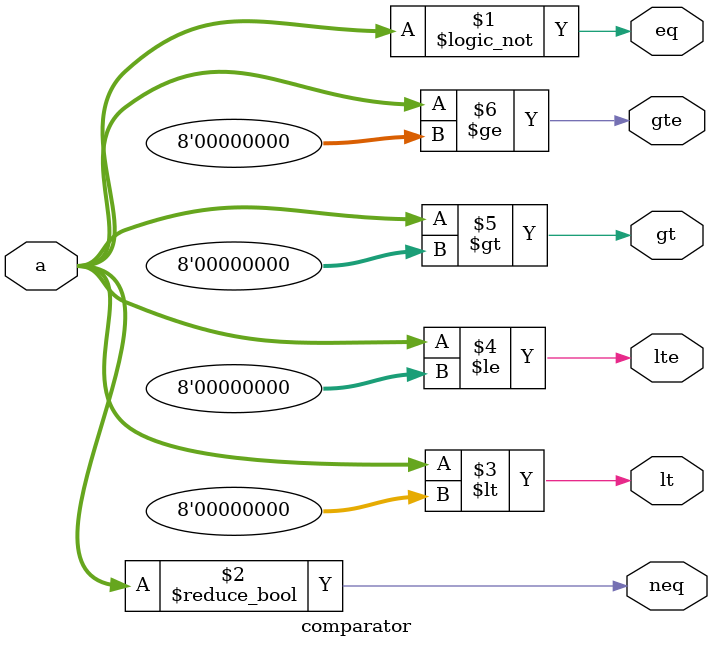
<source format=sv>

module comparator #(parameter N = 8, parameter [N-1:0] b = 0) 
	(input logic [N-1:0] a,
	output logic eq, neq, lt, lte, gt, gte);
    
	assign eq = (a == b); 
	assign neq = (a != b);
	assign lt = (a < b); 
	assign lte = (a <= b); 
	assign gt = (a > b); 
	assign gte = (a >= b); 
endmodule

</source>
